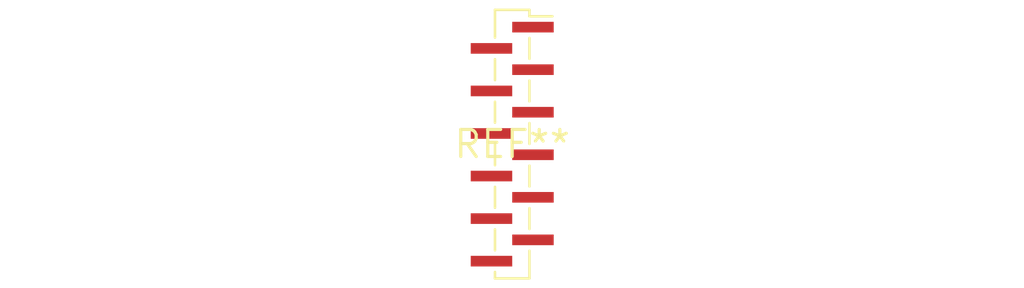
<source format=kicad_pcb>
(kicad_pcb (version 20240108) (generator pcbnew)
  (layers (0 "F.Cu" signal) (31 "B.Cu" signal) (34 "B.Paste" user) (35 "F.Paste" user) (36 "B.SilkS" user "B.Silkscreen") (37 "F.SilkS" user "F.Silkscreen") (38 "B.Mask" user) (39 "F.Mask" user) (44 "Edge.Cuts" user))
  (net 0 "")
  (footprint "PinSocket_1x12_P1.00mm_Vertical_SMD_Pin1Right" (layer "F.Cu") (at 0 0)
    (property "Reference" "REF**")
    (property "Value" "PinSocket_1x12_P1.00mm_Vertical_SMD_Pin1Right")
    (fp_line (start -0.81 -6.31) (end -0.81 -5.01) (layer "F.SilkS") (stroke (width 0.12)))
    (fp_line (start -0.81 -6.31) (end 0.81 -6.31) (layer "F.SilkS") (stroke (width 0.12)))
    (fp_line (start -0.81 -3.99) (end -0.81 -3.01) (layer "F.SilkS") (stroke (width 0.12)))
    (fp_line (start -0.81 -1.99) (end -0.81 -1.01) (layer "F.SilkS") (stroke (width 0.12)))
    (fp_line (start -0.81 0.01) (end -0.81 0.99) (layer "F.SilkS") (stroke (width 0.12)))
    (fp_line (start -0.81 2.01) (end -0.81 2.99) (layer "F.SilkS") (stroke (width 0.12)))
    (fp_line (start -0.81 4.01) (end -0.81 4.99) (layer "F.SilkS") (stroke (width 0.12)))
    (fp_line (start -0.81 6.01) (end -0.81 6.31) (layer "F.SilkS") (stroke (width 0.12)))
    (fp_line (start -0.81 6.31) (end 0.81 6.31) (layer "F.SilkS") (stroke (width 0.12)))
    (fp_line (start 0.81 -6.31) (end 0.81 -6.01) (layer "F.SilkS") (stroke (width 0.12)))
    (fp_line (start 0.81 -6.01) (end 1.89 -6.01) (layer "F.SilkS") (stroke (width 0.12)))
    (fp_line (start 0.81 -4.99) (end 0.81 -4.01) (layer "F.SilkS") (stroke (width 0.12)))
    (fp_line (start 0.81 -2.99) (end 0.81 -2.01) (layer "F.SilkS") (stroke (width 0.12)))
    (fp_line (start 0.81 -0.99) (end 0.81 -0.01) (layer "F.SilkS") (stroke (width 0.12)))
    (fp_line (start 0.81 1.01) (end 0.81 1.99) (layer "F.SilkS") (stroke (width 0.12)))
    (fp_line (start 0.81 3.01) (end 0.81 3.99) (layer "F.SilkS") (stroke (width 0.12)))
    (fp_line (start 0.81 5.01) (end 0.81 6.31) (layer "F.SilkS") (stroke (width 0.12)))
    (pad "1" smd rect (at 0.975 -5.5) (size 1.95 0.5) (layers "F.Cu" "F.Paste" "F.Mask"))
    (pad "2" smd rect (at -0.975 -4.5) (size 1.95 0.5) (layers "F.Cu" "F.Paste" "F.Mask"))
    (pad "3" smd rect (at 0.975 -3.5) (size 1.95 0.5) (layers "F.Cu" "F.Paste" "F.Mask"))
    (pad "4" smd rect (at -0.975 -2.5) (size 1.95 0.5) (layers "F.Cu" "F.Paste" "F.Mask"))
    (pad "5" smd rect (at 0.975 -1.5) (size 1.95 0.5) (layers "F.Cu" "F.Paste" "F.Mask"))
    (pad "6" smd rect (at -0.975 -0.5) (size 1.95 0.5) (layers "F.Cu" "F.Paste" "F.Mask"))
    (pad "7" smd rect (at 0.975 0.5) (size 1.95 0.5) (layers "F.Cu" "F.Paste" "F.Mask"))
    (pad "8" smd rect (at -0.975 1.5) (size 1.95 0.5) (layers "F.Cu" "F.Paste" "F.Mask"))
    (pad "9" smd rect (at 0.975 2.5) (size 1.95 0.5) (layers "F.Cu" "F.Paste" "F.Mask"))
    (pad "10" smd rect (at -0.975 3.5) (size 1.95 0.5) (layers "F.Cu" "F.Paste" "F.Mask"))
    (pad "11" smd rect (at 0.975 4.5) (size 1.95 0.5) (layers "F.Cu" "F.Paste" "F.Mask"))
    (pad "12" smd rect (at -0.975 5.5) (size 1.95 0.5) (layers "F.Cu" "F.Paste" "F.Mask"))
  )
)
</source>
